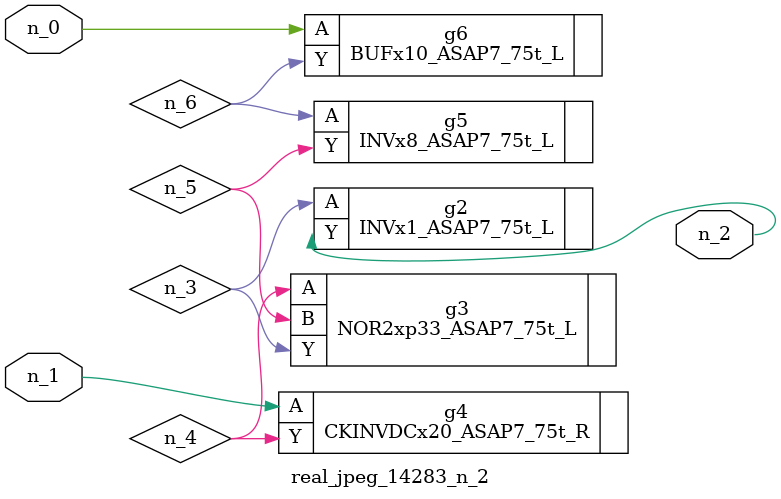
<source format=v>
module real_jpeg_14283_n_2 (n_1, n_0, n_2);

input n_1;
input n_0;

output n_2;

wire n_5;
wire n_4;
wire n_6;
wire n_3;

BUFx10_ASAP7_75t_L g6 ( 
.A(n_0),
.Y(n_6)
);

CKINVDCx20_ASAP7_75t_R g4 ( 
.A(n_1),
.Y(n_4)
);

INVx1_ASAP7_75t_L g2 ( 
.A(n_3),
.Y(n_2)
);

NOR2xp33_ASAP7_75t_L g3 ( 
.A(n_4),
.B(n_5),
.Y(n_3)
);

INVx8_ASAP7_75t_L g5 ( 
.A(n_6),
.Y(n_5)
);


endmodule
</source>
